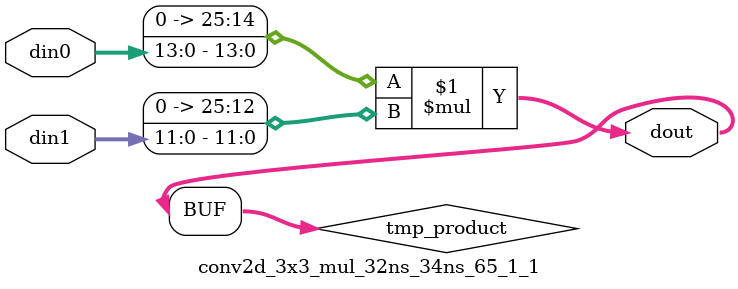
<source format=v>

`timescale 1 ns / 1 ps

  module conv2d_3x3_mul_32ns_34ns_65_1_1(din0, din1, dout);
parameter ID = 1;
parameter NUM_STAGE = 0;
parameter din0_WIDTH = 14;
parameter din1_WIDTH = 12;
parameter dout_WIDTH = 26;

input [din0_WIDTH - 1 : 0] din0; 
input [din1_WIDTH - 1 : 0] din1; 
output [dout_WIDTH - 1 : 0] dout;

wire signed [dout_WIDTH - 1 : 0] tmp_product;










assign tmp_product = $signed({1'b0, din0}) * $signed({1'b0, din1});











assign dout = tmp_product;







endmodule

</source>
